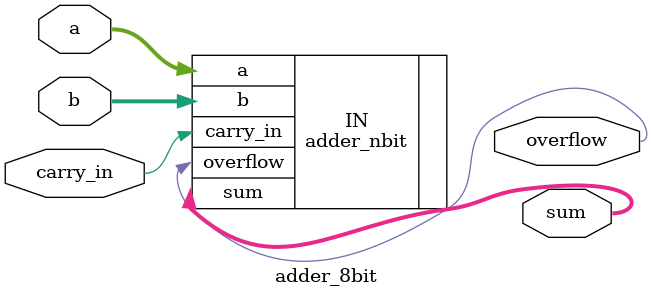
<source format=sv>

module adder_8bit
(
	input wire [7:0] a,
	input wire [7:0] b,
	input wire carry_in,
	output wire [7:0] sum,
	output wire overflow
);

	// STUDENT: Fill in the correct port map with parameter override syntax for using your n-bit ripple carry adder design to be an 8-bit ripple carry adder design
	adder_nbit #(8) IN (.a(a[7:0]), .b(b[7:0]), .carry_in(carry_in), .sum(sum[7:0]), .overflow(overflow));

endmodule

</source>
